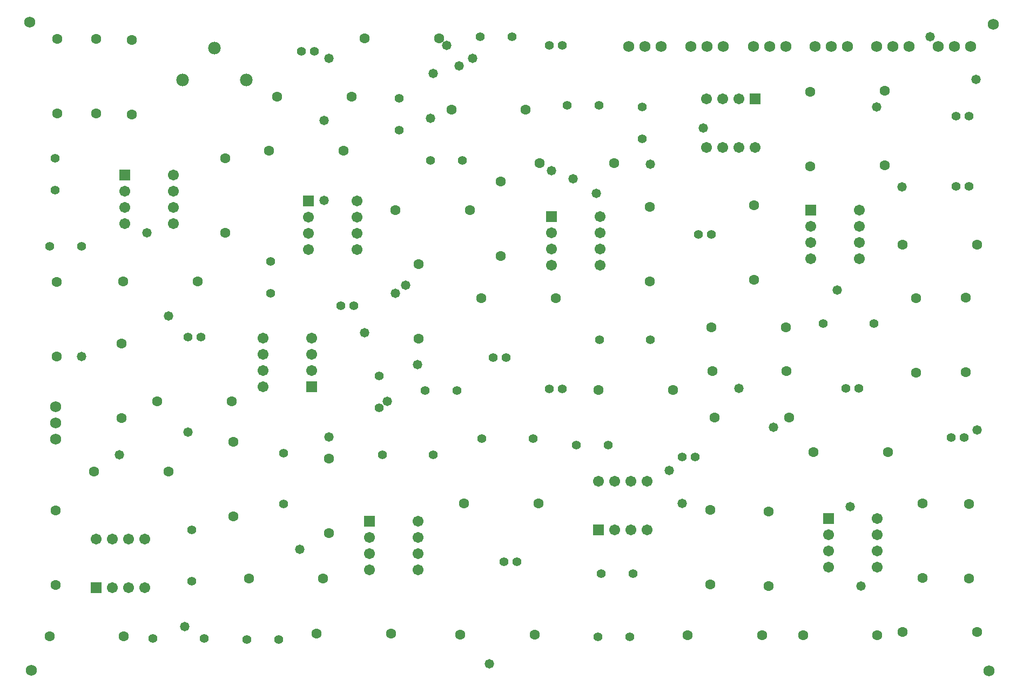
<source format=gbr>
G04*
G04 #@! TF.GenerationSoftware,Altium Limited,Altium Designer,22.4.2 (48)*
G04*
G04 Layer_Color=8388736*
%FSLAX25Y25*%
%MOIN*%
G70*
G04*
G04 #@! TF.SameCoordinates,9D7DA267-A193-428E-9E10-CD2539F38239*
G04*
G04*
G04 #@! TF.FilePolarity,Negative*
G04*
G01*
G75*
%ADD14C,0.06706*%
%ADD15R,0.06706X0.06706*%
%ADD16C,0.07800*%
%ADD17R,0.06706X0.06706*%
%ADD18C,0.05524*%
%ADD19C,0.06800*%
%ADD20C,0.06312*%
%ADD21C,0.05800*%
D14*
X532500Y447000D02*
D03*
X542500D02*
D03*
X522500Y417000D02*
D03*
X156000Y145500D02*
D03*
X166000D02*
D03*
X176000D02*
D03*
X146000Y175500D02*
D03*
X156000D02*
D03*
X166000D02*
D03*
X176000D02*
D03*
X279000Y279500D02*
D03*
Y289500D02*
D03*
Y299500D02*
D03*
X249000Y269500D02*
D03*
Y279500D02*
D03*
Y289500D02*
D03*
Y299500D02*
D03*
X587000Y368500D02*
D03*
Y358500D02*
D03*
Y348500D02*
D03*
X617000Y378500D02*
D03*
Y368500D02*
D03*
Y358500D02*
D03*
Y348500D02*
D03*
X427000Y364500D02*
D03*
Y354500D02*
D03*
Y344500D02*
D03*
X457000Y374500D02*
D03*
Y364500D02*
D03*
Y354500D02*
D03*
Y344500D02*
D03*
X163500Y390000D02*
D03*
Y380000D02*
D03*
Y370000D02*
D03*
X193500Y400000D02*
D03*
Y390000D02*
D03*
Y380000D02*
D03*
Y370000D02*
D03*
X522500Y447000D02*
D03*
X552500Y417000D02*
D03*
X542500D02*
D03*
X532500D02*
D03*
X314500Y176500D02*
D03*
Y166500D02*
D03*
Y156500D02*
D03*
X344500Y186500D02*
D03*
Y176500D02*
D03*
Y166500D02*
D03*
Y156500D02*
D03*
X466000Y181000D02*
D03*
X476000D02*
D03*
X486000D02*
D03*
X456000Y211000D02*
D03*
X466000D02*
D03*
X476000D02*
D03*
X486000D02*
D03*
X277000Y374000D02*
D03*
Y364000D02*
D03*
Y354000D02*
D03*
X307000Y384000D02*
D03*
Y374000D02*
D03*
Y364000D02*
D03*
Y354000D02*
D03*
X598000Y178000D02*
D03*
Y168000D02*
D03*
Y158000D02*
D03*
X628000Y188000D02*
D03*
Y178000D02*
D03*
Y168000D02*
D03*
Y158000D02*
D03*
D15*
X552500Y447000D02*
D03*
X146000Y145500D02*
D03*
X456000Y181000D02*
D03*
D16*
X199315Y458815D02*
D03*
X238685D02*
D03*
X219000Y478500D02*
D03*
D17*
X279000Y269500D02*
D03*
X587000Y378500D02*
D03*
X427000Y374500D02*
D03*
X163500Y400000D02*
D03*
X314500Y186500D02*
D03*
X277000Y384000D02*
D03*
X598000Y188000D02*
D03*
D18*
X455500Y115000D02*
D03*
X475185D02*
D03*
X181000Y114000D02*
D03*
X212496D02*
D03*
X205000Y149504D02*
D03*
Y181000D02*
D03*
X261500Y228500D02*
D03*
Y197004D02*
D03*
X354000Y227500D02*
D03*
X322504D02*
D03*
X384000Y237500D02*
D03*
X415496D02*
D03*
X594504Y308500D02*
D03*
X626000D02*
D03*
X456504Y298500D02*
D03*
X488000D02*
D03*
X210500Y300000D02*
D03*
X202500D02*
D03*
X397500Y161500D02*
D03*
X405500D02*
D03*
X425500Y268000D02*
D03*
X433500D02*
D03*
X507500Y226000D02*
D03*
X515500D02*
D03*
X681500Y238000D02*
D03*
X673500D02*
D03*
X676500Y393000D02*
D03*
X684500D02*
D03*
X616500Y268500D02*
D03*
X608500D02*
D03*
X676500Y436500D02*
D03*
X684500D02*
D03*
X399000Y287500D02*
D03*
X391000D02*
D03*
X297000Y319500D02*
D03*
X305000D02*
D03*
X525500Y363500D02*
D03*
X517500D02*
D03*
X433500Y480000D02*
D03*
X425500D02*
D03*
X280500Y476500D02*
D03*
X272500D02*
D03*
X238815Y113500D02*
D03*
X258500D02*
D03*
X320500Y256315D02*
D03*
Y276000D02*
D03*
X457500Y154000D02*
D03*
X477185D02*
D03*
X462000Y233500D02*
D03*
X442315D02*
D03*
X349000Y267000D02*
D03*
X368685D02*
D03*
X483000Y422500D02*
D03*
Y442185D02*
D03*
X456185Y443000D02*
D03*
X436500D02*
D03*
X382815Y485500D02*
D03*
X402500D02*
D03*
X372000Y409000D02*
D03*
X352315D02*
D03*
X253500Y327000D02*
D03*
Y346685D02*
D03*
X137000Y356000D02*
D03*
X117315D02*
D03*
X333000Y427815D02*
D03*
Y447500D02*
D03*
X120500Y410500D02*
D03*
Y390815D02*
D03*
D19*
X121000Y257000D02*
D03*
Y247000D02*
D03*
Y237000D02*
D03*
X685500Y479500D02*
D03*
X675500D02*
D03*
X665500D02*
D03*
X627500D02*
D03*
X637500D02*
D03*
X647500D02*
D03*
X609500D02*
D03*
X599500D02*
D03*
X589500D02*
D03*
X571500D02*
D03*
X561500D02*
D03*
X551500D02*
D03*
X533000D02*
D03*
X523000D02*
D03*
X513000D02*
D03*
X474500D02*
D03*
X484500D02*
D03*
X494500D02*
D03*
X699500Y493000D02*
D03*
X697000Y94000D02*
D03*
X106000Y94500D02*
D03*
X105000Y494500D02*
D03*
D20*
X289500Y179067D02*
D03*
Y225000D02*
D03*
X230500Y235500D02*
D03*
Y189567D02*
D03*
X282000Y117000D02*
D03*
X327933D02*
D03*
X190500Y217000D02*
D03*
X144567D02*
D03*
X161500Y250067D02*
D03*
Y296000D02*
D03*
X121000Y147067D02*
D03*
Y193000D02*
D03*
X240067Y151000D02*
D03*
X286000D02*
D03*
X163000Y115500D02*
D03*
X117067D02*
D03*
X416500Y116500D02*
D03*
X370567D02*
D03*
X456000Y267500D02*
D03*
X501933D02*
D03*
X418933Y197500D02*
D03*
X373000D02*
D03*
X556933Y116000D02*
D03*
X511000D02*
D03*
X525000Y193500D02*
D03*
Y147567D02*
D03*
X582067Y116000D02*
D03*
X628000D02*
D03*
X689433Y118000D02*
D03*
X643500D02*
D03*
X527567Y250500D02*
D03*
X573500D02*
D03*
X561000Y192433D02*
D03*
Y146500D02*
D03*
X684500Y196933D02*
D03*
Y151000D02*
D03*
X682500Y278500D02*
D03*
Y324433D02*
D03*
X643567Y357000D02*
D03*
X689500D02*
D03*
X634500Y229000D02*
D03*
X588567D02*
D03*
X656000Y197433D02*
D03*
Y151500D02*
D03*
X652000Y323933D02*
D03*
Y278000D02*
D03*
X552000Y335567D02*
D03*
Y381500D02*
D03*
X632500Y451933D02*
D03*
Y406000D02*
D03*
X572000Y279000D02*
D03*
X526067D02*
D03*
X345000Y345000D02*
D03*
Y299067D02*
D03*
X571500Y306000D02*
D03*
X525567D02*
D03*
X586500Y405500D02*
D03*
Y451433D02*
D03*
X395500Y350067D02*
D03*
Y396000D02*
D03*
X383500Y324000D02*
D03*
X429433D02*
D03*
X419500Y407500D02*
D03*
X465433D02*
D03*
X487500Y334567D02*
D03*
Y380500D02*
D03*
X365067Y440500D02*
D03*
X411000D02*
D03*
X376433Y378500D02*
D03*
X330500D02*
D03*
X357500Y484500D02*
D03*
X311567D02*
D03*
X252567Y415000D02*
D03*
X298500D02*
D03*
X229433Y260500D02*
D03*
X183500D02*
D03*
X225500Y410500D02*
D03*
Y364567D02*
D03*
X208433Y334500D02*
D03*
X162500D02*
D03*
X303433Y448500D02*
D03*
X257500D02*
D03*
X121500Y288067D02*
D03*
Y334000D02*
D03*
X168000Y483433D02*
D03*
Y437500D02*
D03*
X146000Y438000D02*
D03*
Y483933D02*
D03*
X122000D02*
D03*
Y438000D02*
D03*
D21*
X137000Y288000D02*
D03*
X388500Y98500D02*
D03*
X369900Y467400D02*
D03*
X325700Y260400D02*
D03*
X627600Y442100D02*
D03*
X520400Y429000D02*
D03*
X507500Y197300D02*
D03*
X499700Y217897D02*
D03*
X689000Y459000D02*
D03*
X542500Y268500D02*
D03*
X289637Y472237D02*
D03*
X378200Y472000D02*
D03*
X563900Y244400D02*
D03*
X362300Y480100D02*
D03*
X353900Y462900D02*
D03*
X352315Y435100D02*
D03*
X177067Y364567D02*
D03*
X311400Y302600D02*
D03*
X643300Y392700D02*
D03*
X487800Y406800D02*
D03*
X286700Y384300D02*
D03*
Y433900D02*
D03*
X190500Y313200D02*
D03*
X336900Y332100D02*
D03*
X603300Y329100D02*
D03*
X160100Y227400D02*
D03*
X289700Y238500D02*
D03*
X200500Y121500D02*
D03*
X454700Y388900D02*
D03*
X611200Y195400D02*
D03*
X344300Y283100D02*
D03*
X330500Y327000D02*
D03*
X689433Y242600D02*
D03*
X440100Y397700D02*
D03*
X660400Y485300D02*
D03*
X202500Y241500D02*
D03*
X271700Y169000D02*
D03*
X617900Y146500D02*
D03*
X427000Y402900D02*
D03*
M02*

</source>
